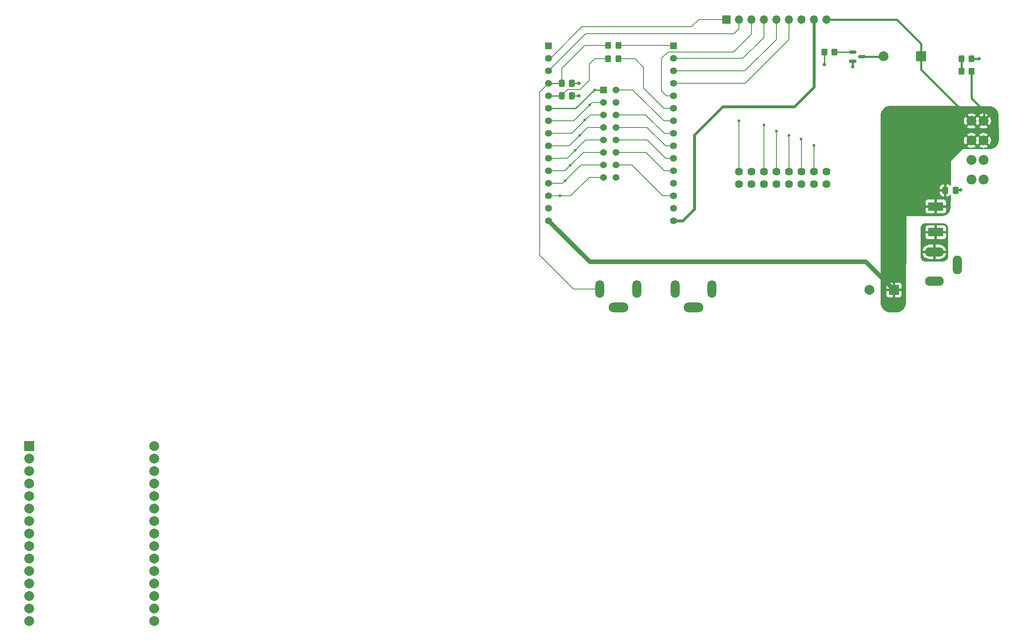
<source format=gbr>
%TF.GenerationSoftware,KiCad,Pcbnew,9.0.0*%
%TF.CreationDate,2025-04-30T10:49:43-04:00*%
%TF.ProjectId,W4MLB_Band_Display_V2,57344d4c-425f-4426-916e-645f44697370,1.0*%
%TF.SameCoordinates,Original*%
%TF.FileFunction,Copper,L1,Top*%
%TF.FilePolarity,Positive*%
%FSLAX46Y46*%
G04 Gerber Fmt 4.6, Leading zero omitted, Abs format (unit mm)*
G04 Created by KiCad (PCBNEW 9.0.0) date 2025-04-30 10:49:43*
%MOMM*%
%LPD*%
G01*
G04 APERTURE LIST*
G04 Aperture macros list*
%AMRoundRect*
0 Rectangle with rounded corners*
0 $1 Rounding radius*
0 $2 $3 $4 $5 $6 $7 $8 $9 X,Y pos of 4 corners*
0 Add a 4 corners polygon primitive as box body*
4,1,4,$2,$3,$4,$5,$6,$7,$8,$9,$2,$3,0*
0 Add four circle primitives for the rounded corners*
1,1,$1+$1,$2,$3*
1,1,$1+$1,$4,$5*
1,1,$1+$1,$6,$7*
1,1,$1+$1,$8,$9*
0 Add four rect primitives between the rounded corners*
20,1,$1+$1,$2,$3,$4,$5,0*
20,1,$1+$1,$4,$5,$6,$7,0*
20,1,$1+$1,$6,$7,$8,$9,0*
20,1,$1+$1,$8,$9,$2,$3,0*%
G04 Aperture macros list end*
%TA.AperFunction,SMDPad,CuDef*%
%ADD10RoundRect,0.250000X-0.350000X-0.450000X0.350000X-0.450000X0.350000X0.450000X-0.350000X0.450000X0*%
%TD*%
%TA.AperFunction,ComponentPad*%
%ADD11R,2.000000X2.000000*%
%TD*%
%TA.AperFunction,ComponentPad*%
%ADD12C,2.000000*%
%TD*%
%TA.AperFunction,SMDPad,CuDef*%
%ADD13RoundRect,0.250000X-0.337500X-0.475000X0.337500X-0.475000X0.337500X0.475000X-0.337500X0.475000X0*%
%TD*%
%TA.AperFunction,SMDPad,CuDef*%
%ADD14RoundRect,0.250000X0.325000X0.450000X-0.325000X0.450000X-0.325000X-0.450000X0.325000X-0.450000X0*%
%TD*%
%TA.AperFunction,ComponentPad*%
%ADD15O,4.000000X2.000000*%
%TD*%
%TA.AperFunction,ComponentPad*%
%ADD16O,1.800000X3.600000*%
%TD*%
%TA.AperFunction,ComponentPad*%
%ADD17R,1.390000X1.390000*%
%TD*%
%TA.AperFunction,ComponentPad*%
%ADD18C,1.390000*%
%TD*%
%TA.AperFunction,ComponentPad*%
%ADD19C,1.620010*%
%TD*%
%TA.AperFunction,SMDPad,CuDef*%
%ADD20RoundRect,0.150000X-0.587500X-0.150000X0.587500X-0.150000X0.587500X0.150000X-0.587500X0.150000X0*%
%TD*%
%TA.AperFunction,ComponentPad*%
%ADD21O,3.800000X1.900000*%
%TD*%
%TA.AperFunction,ComponentPad*%
%ADD22O,1.900000X3.800000*%
%TD*%
%TA.AperFunction,ComponentPad*%
%ADD23R,1.700000X1.700000*%
%TD*%
%TA.AperFunction,ComponentPad*%
%ADD24O,1.700000X1.700000*%
%TD*%
%TA.AperFunction,SMDPad,CuDef*%
%ADD25R,3.150000X1.780000*%
%TD*%
%TA.AperFunction,ComponentPad*%
%ADD26R,1.370000X1.370000*%
%TD*%
%TA.AperFunction,ComponentPad*%
%ADD27C,1.370000*%
%TD*%
%TA.AperFunction,ComponentPad*%
%ADD28C,2.019300*%
%TD*%
%TA.AperFunction,ViaPad*%
%ADD29C,0.700000*%
%TD*%
%TA.AperFunction,ViaPad*%
%ADD30C,0.600000*%
%TD*%
%TA.AperFunction,Conductor*%
%ADD31C,0.400000*%
%TD*%
%TA.AperFunction,Conductor*%
%ADD32C,0.200000*%
%TD*%
%TA.AperFunction,Conductor*%
%ADD33C,0.254000*%
%TD*%
%TA.AperFunction,Conductor*%
%ADD34C,0.900000*%
%TD*%
%TA.AperFunction,Conductor*%
%ADD35C,0.600000*%
%TD*%
G04 APERTURE END LIST*
D10*
%TO.P,R2,1*%
%TO.N,GPIO2*%
X177862500Y-73100000D03*
%TO.P,R2,2*%
%TO.N,Net-(Q1-B)*%
X179862500Y-73100000D03*
%TD*%
D11*
%TO.P,BZ1,1,+*%
%TO.N,+5V*%
X197500000Y-74000000D03*
D12*
%TO.P,BZ1,2,-*%
%TO.N,Net-(BZ1--)*%
X189900000Y-74000000D03*
%TD*%
D13*
%TO.P,C1,1*%
%TO.N,+5V*%
X202425000Y-101250000D03*
%TO.P,C1,2*%
%TO.N,GND*%
X204500000Y-101250000D03*
%TD*%
D10*
%TO.P,R1,1*%
%TO.N,Net-(D3-A)*%
X205750000Y-77000000D03*
%TO.P,R1,2*%
%TO.N,+5V*%
X207750000Y-77000000D03*
%TD*%
D14*
%TO.P,D1,1,K*%
%TO.N,GPIO23*%
X136000000Y-71750000D03*
%TO.P,D1,2,A*%
%TO.N,GPIO34*%
X133950000Y-71750000D03*
%TD*%
D15*
%TO.P,J6,1*%
%TO.N,GND*%
X151267500Y-125000000D03*
D16*
%TO.P,J6,2*%
%TO.N,GPIO35*%
X147517500Y-121300000D03*
%TO.P,J6,3*%
%TO.N,GND*%
X155017500Y-121300000D03*
%TD*%
D17*
%TO.P,J2,01,01*%
%TO.N,GPIO23*%
X147230000Y-71860000D03*
D18*
%TO.P,J2,02,02*%
%TO.N,GPIO22*%
X147230000Y-74400000D03*
%TO.P,J2,03,03*%
%TO.N,GPIO1*%
X147230000Y-76940000D03*
%TO.P,J2,04,04*%
%TO.N,GPIO3*%
X147230000Y-79480000D03*
%TO.P,J2,05,05*%
%TO.N,GPIO21*%
X147230000Y-82020000D03*
%TO.P,J2,06,06*%
%TO.N,GPIO19*%
X147230000Y-84560000D03*
%TO.P,J2,07,07*%
%TO.N,GPIO18*%
X147230000Y-87100000D03*
%TO.P,J2,08,08*%
%TO.N,GPIO5*%
X147230000Y-89640000D03*
%TO.P,J2,09,09*%
%TO.N,GPIO17*%
X147230000Y-92180000D03*
%TO.P,J2,10,10*%
%TO.N,GPIO16*%
X147230000Y-94720000D03*
%TO.P,J2,11,11*%
%TO.N,GPIO4*%
X147230000Y-97260000D03*
%TO.P,J2,12,12*%
%TO.N,GPIO2*%
X147230000Y-99800000D03*
%TO.P,J2,13,13*%
%TO.N,GPIO15*%
X147230000Y-102340000D03*
%TO.P,J2,14,14*%
%TO.N,GND*%
X147230000Y-104880000D03*
%TO.P,J2,15,15*%
%TO.N,/+3.3VDC*%
X147230000Y-107420000D03*
%TD*%
D19*
%TO.P,J4,1,1*%
%TO.N,GPIO32*%
X160470000Y-100000000D03*
%TO.P,J4,2,2*%
%TO.N,GPIO18*%
X160470000Y-97460000D03*
%TO.P,J4,3,3*%
%TO.N,GPIO33*%
X163010000Y-100000000D03*
%TO.P,J4,4,4*%
%TO.N,GND*%
X163010000Y-97460000D03*
%TO.P,J4,5,5*%
%TO.N,GPIO25*%
X165550000Y-100000000D03*
%TO.P,J4,6,6*%
%TO.N,GPIO5*%
X165550000Y-97460000D03*
%TO.P,J4,7,7*%
%TO.N,GPIO26*%
X168090000Y-100000000D03*
%TO.P,J4,8,8*%
%TO.N,GPIO17*%
X168090000Y-97460000D03*
%TO.P,J4,9,9*%
%TO.N,GPIO27*%
X170630000Y-100000000D03*
%TO.P,J4,10,10*%
%TO.N,GPIO16*%
X170630000Y-97460000D03*
%TO.P,J4,11,11*%
%TO.N,GPIO14*%
X173170000Y-100000000D03*
%TO.P,J4,12,12*%
%TO.N,GPIO4*%
X173170000Y-97460000D03*
%TO.P,J4,13,13*%
%TO.N,GPIO12*%
X175710000Y-100000000D03*
%TO.P,J4,14,14*%
%TO.N,GPIO15*%
X175710000Y-97460000D03*
%TO.P,J4,15,15*%
%TO.N,GPIO13*%
X178250000Y-100000000D03*
%TO.P,J4,16,16*%
%TO.N,GND*%
X178250000Y-97460000D03*
%TD*%
D20*
%TO.P,Q1,1,B*%
%TO.N,Net-(Q1-B)*%
X183625000Y-73100000D03*
%TO.P,Q1,2,E*%
%TO.N,GND*%
X183625000Y-75000000D03*
%TO.P,Q1,3,C*%
%TO.N,Net-(BZ1--)*%
X185500000Y-74050000D03*
%TD*%
D14*
%TO.P,D3,1,K*%
%TO.N,GND*%
X207750000Y-74500000D03*
%TO.P,D3,2,A*%
%TO.N,Net-(D3-A)*%
X205700000Y-74500000D03*
%TD*%
D21*
%TO.P,J8,1*%
%TO.N,/PWR IN*%
X200200000Y-113737500D03*
%TO.P,J8,2*%
%TO.N,GND*%
X200200000Y-119667500D03*
D22*
%TO.P,J8,3*%
X204850000Y-116417500D03*
%TD*%
D23*
%TO.P,J9,1,Pin_1*%
%TO.N,GPIO36*%
X157930000Y-66500000D03*
D24*
%TO.P,J9,2,Pin_2*%
%TO.N,GPIO39*%
X160470000Y-66500000D03*
%TO.P,J9,3,Pin_3*%
%TO.N,GPIO21*%
X163010000Y-66500000D03*
%TO.P,J9,4,Pin_4*%
%TO.N,GPIO22*%
X165550000Y-66500000D03*
%TO.P,J9,5,Pin_5*%
%TO.N,GPIO1*%
X168090000Y-66500000D03*
%TO.P,J9,6,Pin_6*%
%TO.N,GPIO3*%
X170630000Y-66500000D03*
%TO.P,J9,7,Pin_7*%
%TO.N,GND*%
X173170000Y-66500000D03*
%TO.P,J9,8,Pin_8*%
%TO.N,/+3.3VDC*%
X175710000Y-66500000D03*
%TO.P,J9,9,Pin_9*%
%TO.N,+5V*%
X178250000Y-66500000D03*
%TD*%
D15*
%TO.P,J5,1*%
%TO.N,GND*%
X136017500Y-125000000D03*
D16*
%TO.P,J5,2*%
%TO.N,GPIO34*%
X132267500Y-121300000D03*
%TO.P,J5,3*%
%TO.N,GND*%
X139767500Y-121300000D03*
%TD*%
D11*
%TO.P,U1,1,3V3*%
%TO.N,unconnected-(U1-3V3-Pad1)*%
X16350000Y-153190000D03*
D12*
%TO.P,U1,2,GND*%
%TO.N,unconnected-(U1-GND-Pad2)*%
X16350000Y-155730000D03*
%TO.P,U1,3,D15*%
%TO.N,unconnected-(U1-D15-Pad3)*%
X16350000Y-158270000D03*
%TO.P,U1,4,D2*%
%TO.N,unconnected-(U1-D2-Pad4)*%
X16350000Y-160810000D03*
%TO.P,U1,5,D4*%
%TO.N,unconnected-(U1-D4-Pad5)*%
X16350000Y-163350000D03*
%TO.P,U1,6,RX2*%
%TO.N,unconnected-(U1-RX2-Pad6)*%
X16350000Y-165890000D03*
%TO.P,U1,7,TX2*%
%TO.N,unconnected-(U1-TX2-Pad7)*%
X16350000Y-168430000D03*
%TO.P,U1,8,D5*%
%TO.N,unconnected-(U1-D5-Pad8)*%
X16350000Y-170970000D03*
%TO.P,U1,9,D18*%
%TO.N,unconnected-(U1-D18-Pad9)*%
X16350000Y-173510000D03*
%TO.P,U1,10,D19*%
%TO.N,unconnected-(U1-D19-Pad10)*%
X16350000Y-176050000D03*
%TO.P,U1,11,D21*%
%TO.N,unconnected-(U1-D21-Pad11)*%
X16350000Y-178590000D03*
%TO.P,U1,12,RX0*%
%TO.N,unconnected-(U1-RX0-Pad12)*%
X16350000Y-181130000D03*
%TO.P,U1,13,TX0*%
%TO.N,unconnected-(U1-TX0-Pad13)*%
X16350000Y-183670000D03*
%TO.P,U1,14,D22*%
%TO.N,unconnected-(U1-D22-Pad14)*%
X16350000Y-186210000D03*
%TO.P,U1,15,D23*%
%TO.N,unconnected-(U1-D23-Pad15)*%
X16350000Y-188750000D03*
%TO.P,U1,16,EN*%
%TO.N,unconnected-(U1-EN-Pad16)*%
X41750000Y-188750000D03*
%TO.P,U1,17,VP*%
%TO.N,unconnected-(U1-VP-Pad17)*%
X41750000Y-186210000D03*
%TO.P,U1,18,VN*%
%TO.N,unconnected-(U1-VN-Pad18)*%
X41750000Y-183670000D03*
%TO.P,U1,19,D34*%
%TO.N,unconnected-(U1-D34-Pad19)*%
X41750000Y-181130000D03*
%TO.P,U1,20,D35*%
%TO.N,unconnected-(U1-D35-Pad20)*%
X41750000Y-178590000D03*
%TO.P,U1,21,D32*%
%TO.N,unconnected-(U1-D32-Pad21)*%
X41750000Y-176050000D03*
%TO.P,U1,22,D33*%
%TO.N,unconnected-(U1-D33-Pad22)*%
X41750000Y-173510000D03*
%TO.P,U1,23,D25*%
%TO.N,unconnected-(U1-D25-Pad23)*%
X41750000Y-170970000D03*
%TO.P,U1,24,D26*%
%TO.N,unconnected-(U1-D26-Pad24)*%
X41750000Y-168430000D03*
%TO.P,U1,25,D27*%
%TO.N,unconnected-(U1-D27-Pad25)*%
X41750000Y-165890000D03*
%TO.P,U1,26,D14*%
%TO.N,unconnected-(U1-D14-Pad26)*%
X41750000Y-163350000D03*
%TO.P,U1,27,D12*%
%TO.N,unconnected-(U1-D12-Pad27)*%
X41750000Y-160810000D03*
%TO.P,U1,28,D13*%
%TO.N,unconnected-(U1-D13-Pad28)*%
X41750000Y-158270000D03*
%TO.P,U1,29,GND__1*%
%TO.N,unconnected-(U1-GND__1-Pad29)*%
X41750000Y-155730000D03*
%TO.P,U1,30,VIN*%
%TO.N,unconnected-(U1-VIN-Pad30)*%
X41750000Y-153190000D03*
%TD*%
D25*
%TO.P,F1,1*%
%TO.N,/PWR IN*%
X200500000Y-109750000D03*
%TO.P,F1,2*%
%TO.N,+5V*%
X200500000Y-104520000D03*
%TD*%
D14*
%TO.P,D2,1,K*%
%TO.N,GPIO19*%
X136000000Y-74500000D03*
%TO.P,D2,2,A*%
%TO.N,GPIO35*%
X133950000Y-74500000D03*
%TD*%
D11*
%TO.P,C2,1*%
%TO.N,+5V*%
X192000000Y-121500000D03*
D12*
%TO.P,C2,2*%
%TO.N,GND*%
X187000000Y-121500000D03*
%TD*%
D13*
%TO.P,C3,1*%
%TO.N,GPIO35*%
X124500000Y-82000000D03*
%TO.P,C3,2*%
%TO.N,GND*%
X126575000Y-82000000D03*
%TD*%
%TO.P,C4,1*%
%TO.N,GPIO34*%
X124500000Y-79500000D03*
%TO.P,C4,2*%
%TO.N,GND*%
X126575000Y-79500000D03*
%TD*%
D17*
%TO.P,J1,01,01*%
%TO.N,unconnected-(J1-Pad01)*%
X121830000Y-71860000D03*
D18*
%TO.P,J1,02,02*%
%TO.N,GPIO36*%
X121830000Y-74400000D03*
%TO.P,J1,03,03*%
%TO.N,GPIO39*%
X121830000Y-76940000D03*
%TO.P,J1,04,04*%
%TO.N,GPIO34*%
X121830000Y-79480000D03*
%TO.P,J1,05,05*%
%TO.N,GPIO35*%
X121830000Y-82020000D03*
%TO.P,J1,06,06*%
%TO.N,GPIO32*%
X121830000Y-84560000D03*
%TO.P,J1,07,07*%
%TO.N,GPIO33*%
X121830000Y-87100000D03*
%TO.P,J1,08,08*%
%TO.N,GPIO25*%
X121830000Y-89640000D03*
%TO.P,J1,09,09*%
%TO.N,GPIO26*%
X121830000Y-92180000D03*
%TO.P,J1,10,10*%
%TO.N,GPIO27*%
X121830000Y-94720000D03*
%TO.P,J1,11,11*%
%TO.N,GPIO14*%
X121830000Y-97260000D03*
%TO.P,J1,12,12*%
%TO.N,GPIO12*%
X121830000Y-99800000D03*
%TO.P,J1,13,13*%
%TO.N,GPIO13*%
X121830000Y-102340000D03*
%TO.P,J1,14,14*%
%TO.N,GND*%
X121830000Y-104880000D03*
%TO.P,J1,15,15*%
%TO.N,+5V*%
X121830000Y-107420000D03*
%TD*%
D26*
%TO.P,J3,01,01*%
%TO.N,GPIO32*%
X133010000Y-80802500D03*
D27*
%TO.P,J3,02,02*%
%TO.N,GPIO18*%
X135550000Y-80802500D03*
%TO.P,J3,03,03*%
%TO.N,GPIO33*%
X133010000Y-83342500D03*
%TO.P,J3,04,04*%
%TO.N,GND*%
X135550000Y-83342500D03*
%TO.P,J3,05,05*%
%TO.N,GPIO25*%
X133010000Y-85882500D03*
%TO.P,J3,06,06*%
%TO.N,GPIO5*%
X135550000Y-85882500D03*
%TO.P,J3,07,07*%
%TO.N,GPIO26*%
X133010000Y-88422500D03*
%TO.P,J3,08,08*%
%TO.N,GPIO17*%
X135550000Y-88422500D03*
%TO.P,J3,09,09*%
%TO.N,GPIO27*%
X133010000Y-90962500D03*
%TO.P,J3,10,10*%
%TO.N,GPIO16*%
X135550000Y-90962500D03*
%TO.P,J3,11,11*%
%TO.N,GPIO14*%
X133010000Y-93502500D03*
%TO.P,J3,12,12*%
%TO.N,GPIO4*%
X135550000Y-93502500D03*
%TO.P,J3,13,13*%
%TO.N,GPIO12*%
X133010000Y-96042500D03*
%TO.P,J3,14,14*%
%TO.N,GPIO15*%
X135550000Y-96042500D03*
%TO.P,J3,15,15*%
%TO.N,GPIO13*%
X133010000Y-98582500D03*
%TO.P,J3,16,16*%
%TO.N,GND*%
X135550000Y-98582500D03*
%TD*%
D28*
%TO.P,J7,01_1,01*%
%TO.N,+5V*%
X210200000Y-87130000D03*
%TO.P,J7,01_2,01__1*%
X207740000Y-87130000D03*
%TO.P,J7,02_1,02*%
X210200000Y-91090000D03*
%TO.P,J7,02_2,02__1*%
X207740000Y-91090000D03*
%TO.P,J7,03_1,03*%
%TO.N,GND*%
X210200000Y-95050000D03*
%TO.P,J7,03_2,03__1*%
X207740000Y-95050000D03*
%TO.P,J7,04_1,04*%
X210200000Y-99010000D03*
%TO.P,J7,04_2,04__1*%
X207740000Y-99010000D03*
%TD*%
D29*
%TO.N,GND*%
X127980000Y-82000000D03*
X209300000Y-74500000D03*
X183630000Y-76140000D03*
X128000000Y-79450000D03*
X205540000Y-101200000D03*
D30*
%TO.N,GPIO32*%
X131200000Y-80802500D03*
%TO.N,GPIO16*%
X170630000Y-90041429D03*
%TO.N,GPIO17*%
X168090000Y-89218571D03*
%TO.N,GPIO4*%
X173150000Y-90864286D03*
%TO.N,GPIO13*%
X124200000Y-102362500D03*
%TO.N,GPIO33*%
X130200000Y-83882500D03*
%TO.N,GPIO25*%
X129200000Y-86962500D03*
%TO.N,GPIO27*%
X127200000Y-93122500D03*
%TO.N,GPIO26*%
X128200000Y-90042500D03*
D29*
%TO.N,GPIO2*%
X177900000Y-75650000D03*
D30*
%TO.N,GPIO14*%
X126200000Y-96202500D03*
%TO.N,GPIO18*%
X160470000Y-87100000D03*
%TO.N,GPIO12*%
X125200000Y-99282500D03*
%TO.N,GPIO5*%
X165550000Y-87922857D03*
%TO.N,GPIO15*%
X175710000Y-92130000D03*
%TD*%
D31*
%TO.N,GND*%
X183630000Y-76140000D02*
X183630000Y-75005000D01*
D32*
X128000000Y-79390000D02*
X128000000Y-79450000D01*
D31*
X205540000Y-101200000D02*
X204625000Y-101200000D01*
D33*
X126575000Y-82000000D02*
X127980000Y-82000000D01*
X127950000Y-79500000D02*
X126575000Y-79500000D01*
D31*
X209300000Y-74500000D02*
X207750000Y-74500000D01*
D32*
X128000000Y-79450000D02*
X127950000Y-79500000D01*
D31*
%TO.N,+5V*%
X178250000Y-66500000D02*
X192600000Y-66500000D01*
X197500000Y-74000000D02*
X197500000Y-76690000D01*
D32*
X207750000Y-77000000D02*
X207795000Y-76955000D01*
D34*
X121830000Y-107420000D02*
X130160000Y-115750000D01*
D31*
X192600000Y-66500000D02*
X197500000Y-71400000D01*
D34*
X186250000Y-115750000D02*
X192000000Y-121500000D01*
D31*
X197500000Y-71400000D02*
X197500000Y-74000000D01*
X197500000Y-76690000D02*
X207040000Y-86230000D01*
D34*
X121830000Y-107420000D02*
X121830000Y-107430000D01*
D31*
X207040000Y-86230000D02*
X207040000Y-86990000D01*
X207750000Y-82550000D02*
X210260000Y-85060000D01*
D34*
X130160000Y-115750000D02*
X186250000Y-115750000D01*
D31*
X210260000Y-85060000D02*
X210260000Y-86990000D01*
X207750000Y-77000000D02*
X207750000Y-82550000D01*
D32*
X192040000Y-112420000D02*
X192000000Y-112460000D01*
D33*
%TO.N,GPIO32*%
X131200000Y-80802500D02*
X131220000Y-80802500D01*
X131097500Y-80802500D02*
X131200000Y-80802500D01*
X121830000Y-84560000D02*
X127340000Y-84560000D01*
X131220000Y-80802500D02*
X133010000Y-80802500D01*
X127340000Y-84560000D02*
X131097500Y-80802500D01*
D32*
%TO.N,GPIO16*%
X145625000Y-94725000D02*
X145630000Y-94720000D01*
X141862500Y-90962500D02*
X145625000Y-94725000D01*
X145630000Y-94720000D02*
X147230000Y-94720000D01*
X135550000Y-90962500D02*
X141862500Y-90962500D01*
X170630000Y-97460000D02*
X170630000Y-90041429D01*
D33*
%TO.N,GPIO34*%
X121830000Y-79480000D02*
X124480000Y-79480000D01*
D32*
X124500000Y-76450000D02*
X124500000Y-79500000D01*
X120050000Y-81260000D02*
X120050000Y-114450000D01*
X126900000Y-121300000D02*
X132267500Y-121300000D01*
X129200000Y-71750000D02*
X124500000Y-76450000D01*
X133950000Y-71750000D02*
X129200000Y-71750000D01*
X124480000Y-79480000D02*
X124500000Y-79500000D01*
X120050000Y-114450000D02*
X126900000Y-121300000D01*
X121830000Y-79480000D02*
X120050000Y-81260000D01*
%TO.N,GPIO17*%
X141822500Y-88422500D02*
X145580000Y-92180000D01*
X168090000Y-97460000D02*
X168090000Y-89218571D01*
X145580000Y-92180000D02*
X147230000Y-92180000D01*
X135550000Y-88422500D02*
X141822500Y-88422500D01*
%TO.N,GPIO36*%
X128600000Y-68000000D02*
X150890000Y-68000000D01*
X121830000Y-74400000D02*
X122200000Y-74400000D01*
X152390000Y-66500000D02*
X157930000Y-66500000D01*
X122200000Y-74400000D02*
X128600000Y-68000000D01*
X150890000Y-68000000D02*
X152390000Y-66500000D01*
%TO.N,GPIO4*%
X141602500Y-93502500D02*
X145360000Y-97260000D01*
X135550000Y-93502500D02*
X141602500Y-93502500D01*
X173170000Y-97460000D02*
X173170000Y-90884286D01*
X173170000Y-90884286D02*
X173150000Y-90864286D01*
X145360000Y-97260000D02*
X147230000Y-97260000D01*
X173150000Y-97440000D02*
X173170000Y-97460000D01*
%TO.N,GPIO13*%
X126342500Y-102340000D02*
X130100000Y-98582500D01*
X130100000Y-98582500D02*
X133010000Y-98582500D01*
X121830000Y-102340000D02*
X124130000Y-102340000D01*
X124130000Y-102340000D02*
X124140000Y-102340000D01*
X124140000Y-102340000D02*
X126342500Y-102340000D01*
%TO.N,GPIO33*%
X130732500Y-83350000D02*
X130200000Y-83882500D01*
X127000000Y-87100000D02*
X121830000Y-87100000D01*
X133010000Y-83342500D02*
X133010000Y-83340000D01*
X130200000Y-83900000D02*
X127000000Y-87100000D01*
X133010000Y-83342500D02*
X133002500Y-83350000D01*
X130200000Y-83882500D02*
X130200000Y-83900000D01*
X133002500Y-83350000D02*
X130732500Y-83350000D01*
%TO.N,GPIO39*%
X129370000Y-69400000D02*
X159500000Y-69400000D01*
X121830000Y-76940000D02*
X129370000Y-69400000D01*
X159500000Y-69400000D02*
X160470000Y-68430000D01*
X160470000Y-68430000D02*
X160470000Y-66500000D01*
%TO.N,GPIO25*%
X129401250Y-86761250D02*
X129401250Y-86748750D01*
X126522500Y-89640000D02*
X129401250Y-86761250D01*
X129401250Y-86748750D02*
X130267500Y-85882500D01*
X121830000Y-89640000D02*
X126522500Y-89640000D01*
X130267500Y-85882500D02*
X133010000Y-85882500D01*
%TO.N,GPIO35*%
X133950000Y-74650000D02*
X133950000Y-74500000D01*
X125750000Y-80750000D02*
X128250000Y-80750000D01*
X131250000Y-74500000D02*
X133950000Y-74500000D01*
X124480000Y-82020000D02*
X124500000Y-82000000D01*
D33*
X121830000Y-82020000D02*
X124480000Y-82020000D01*
D32*
X130150000Y-78850000D02*
X130150000Y-75600000D01*
X124500000Y-82000000D02*
X125750000Y-80750000D01*
X130150000Y-75600000D02*
X131250000Y-74500000D01*
X128250000Y-80750000D02*
X130150000Y-78850000D01*
%TO.N,GPIO27*%
X125602500Y-94720000D02*
X127200000Y-93122500D01*
X127227500Y-93122500D02*
X129387500Y-90962500D01*
X121830000Y-94720000D02*
X125602500Y-94720000D01*
X129387500Y-90962500D02*
X133010000Y-90962500D01*
X127200000Y-93122500D02*
X127227500Y-93122500D01*
%TO.N,GPIO26*%
X129800000Y-88450000D02*
X132982500Y-88450000D01*
X126070000Y-92180000D02*
X129800000Y-88450000D01*
X121830000Y-92180000D02*
X126070000Y-92180000D01*
X133010000Y-88460000D02*
X133010000Y-88422500D01*
X132982500Y-88450000D02*
X133010000Y-88422500D01*
D33*
%TO.N,GPIO2*%
X177900000Y-75650000D02*
X177900000Y-73137500D01*
D32*
%TO.N,GPIO14*%
X126200000Y-96202500D02*
X128900000Y-93502500D01*
X128900000Y-93502500D02*
X133010000Y-93502500D01*
X125142500Y-97260000D02*
X126200000Y-96202500D01*
X121830000Y-97260000D02*
X125142500Y-97260000D01*
%TO.N,GPIO22*%
X161300000Y-74400000D02*
X165550000Y-70150000D01*
X165550000Y-70150000D02*
X165550000Y-66500000D01*
X147230000Y-74400000D02*
X161300000Y-74400000D01*
%TO.N,GPIO18*%
X135550000Y-80802500D02*
X138952500Y-80802500D01*
X145250000Y-87100000D02*
X147230000Y-87100000D01*
X135647500Y-80900000D02*
X135550000Y-80802500D01*
X160470000Y-97460000D02*
X160470000Y-87100000D01*
X138952500Y-80802500D02*
X145250000Y-87100000D01*
%TO.N,GPIO1*%
X161710000Y-76940000D02*
X168090000Y-70560000D01*
X168090000Y-70560000D02*
X168090000Y-66500000D01*
X147230000Y-76940000D02*
X161710000Y-76940000D01*
%TO.N,GPIO12*%
X125200000Y-99282500D02*
X128440000Y-96042500D01*
X128440000Y-96042500D02*
X133010000Y-96042500D01*
X121830000Y-99800000D02*
X124682500Y-99800000D01*
X133010000Y-96042500D02*
X133642500Y-96042500D01*
X124682500Y-99800000D02*
X125200000Y-99282500D01*
%TO.N,GPIO3*%
X147230000Y-79480000D02*
X161770000Y-79480000D01*
X161770000Y-79480000D02*
X170630000Y-70620000D01*
X170630000Y-70620000D02*
X170630000Y-66500000D01*
%TO.N,GPIO23*%
X136000000Y-71750000D02*
X147120000Y-71750000D01*
X147120000Y-71750000D02*
X147230000Y-71860000D01*
%TO.N,GPIO5*%
X165550000Y-97460000D02*
X165550000Y-98000000D01*
X165550000Y-97460000D02*
X165550000Y-87922857D01*
X141582500Y-85882500D02*
X145340000Y-89640000D01*
X135550000Y-85882500D02*
X141582500Y-85882500D01*
X145340000Y-89640000D02*
X147230000Y-89640000D01*
%TO.N,GPIO15*%
X175710000Y-97460000D02*
X175710000Y-92130000D01*
X138742500Y-96042500D02*
X145050000Y-102350000D01*
X145060000Y-102340000D02*
X147230000Y-102340000D01*
X135550000Y-96042500D02*
X138742500Y-96042500D01*
X145050000Y-102350000D02*
X145060000Y-102340000D01*
%TO.N,GPIO21*%
X159400000Y-73100000D02*
X163010000Y-69490000D01*
X163010000Y-69490000D02*
X163010000Y-66500000D01*
X145770000Y-82020000D02*
X144800000Y-81050000D01*
X144800000Y-81050000D02*
X144800000Y-74400000D01*
X147230000Y-82020000D02*
X145770000Y-82020000D01*
X146100000Y-73100000D02*
X159400000Y-73100000D01*
X144800000Y-74400000D02*
X146100000Y-73100000D01*
D35*
%TO.N,/+3.3VDC*%
X175710000Y-80240000D02*
X175710000Y-66500000D01*
X151450000Y-105050000D02*
X151450000Y-89950000D01*
X171750000Y-84200000D02*
X175710000Y-80240000D01*
X147230000Y-107420000D02*
X149080000Y-107420000D01*
X149080000Y-107420000D02*
X151450000Y-105050000D01*
X157200000Y-84200000D02*
X171750000Y-84200000D01*
X151450000Y-89950000D02*
X157200000Y-84200000D01*
X147250000Y-107400000D02*
X147230000Y-107420000D01*
D32*
%TO.N,GPIO19*%
X141150000Y-76250000D02*
X139400000Y-74500000D01*
X139400000Y-74500000D02*
X136000000Y-74500000D01*
X145260000Y-84560000D02*
X141150000Y-80450000D01*
X141150000Y-80450000D02*
X141150000Y-76250000D01*
X147230000Y-84560000D02*
X145260000Y-84560000D01*
%TO.N,Net-(D3-A)*%
X205725000Y-76975000D02*
X205750000Y-77000000D01*
D31*
X205750000Y-77000000D02*
X205750000Y-74550000D01*
%TO.N,Net-(BZ1--)*%
X185500000Y-74050000D02*
X189850000Y-74050000D01*
D33*
%TO.N,Net-(Q1-B)*%
X179862500Y-73100000D02*
X183625000Y-73100000D01*
%TD*%
%TA.AperFunction,Conductor*%
%TO.N,/PWR IN*%
G36*
X200777353Y-107951990D02*
G01*
X202035496Y-107956444D01*
X202047618Y-107957082D01*
X202224267Y-107975094D01*
X202248062Y-107979910D01*
X202411958Y-108030209D01*
X202434365Y-108039573D01*
X202585313Y-108120850D01*
X202605460Y-108134398D01*
X202737679Y-108243539D01*
X202754796Y-108260750D01*
X202863207Y-108393568D01*
X202876644Y-108413790D01*
X202957089Y-108565186D01*
X202966329Y-108587644D01*
X203015723Y-108751813D01*
X203020409Y-108775641D01*
X203037446Y-108952374D01*
X203038018Y-108964517D01*
X203030022Y-113018565D01*
X203030018Y-113019262D01*
X203029942Y-113029268D01*
X203029924Y-113030654D01*
X203029733Y-113040825D01*
X203029718Y-113041520D01*
X203009999Y-113849996D01*
X203009948Y-113859442D01*
X203009948Y-113859446D01*
X203005037Y-114753106D01*
X203004198Y-114766843D01*
X202982773Y-114949859D01*
X202976573Y-114976632D01*
X202917667Y-115143892D01*
X202905722Y-115168641D01*
X202811423Y-115318819D01*
X202794320Y-115340330D01*
X202669257Y-115466050D01*
X202647835Y-115483266D01*
X202498154Y-115578350D01*
X202473468Y-115590424D01*
X202306520Y-115650205D01*
X202279779Y-115656546D01*
X202096877Y-115678929D01*
X202083146Y-115679840D01*
X198424265Y-115719113D01*
X198412042Y-115718641D01*
X198234082Y-115702949D01*
X198210072Y-115698415D01*
X198061610Y-115654867D01*
X198044545Y-115649861D01*
X198021896Y-115640709D01*
X197917045Y-115585764D01*
X197869108Y-115560643D01*
X197848687Y-115547224D01*
X197714563Y-115438748D01*
X197697172Y-115421586D01*
X197586927Y-115288923D01*
X197573237Y-115268683D01*
X197509988Y-115151795D01*
X197491142Y-115116966D01*
X197481689Y-115094438D01*
X197477635Y-115081269D01*
X197430940Y-114929578D01*
X197426088Y-114905631D01*
X197411988Y-114766843D01*
X197408030Y-114727894D01*
X197407396Y-114715684D01*
X197406314Y-114294104D01*
X197404243Y-113487500D01*
X197821522Y-113487500D01*
X198767599Y-113487500D01*
X198750924Y-113504175D01*
X198700896Y-113590825D01*
X198675000Y-113687472D01*
X198675000Y-113787528D01*
X198700896Y-113884175D01*
X198750924Y-113970825D01*
X198767599Y-113987500D01*
X197821522Y-113987500D01*
X197835704Y-114077044D01*
X197906230Y-114294104D01*
X198009849Y-114497466D01*
X198144004Y-114682114D01*
X198305385Y-114843495D01*
X198490033Y-114977650D01*
X198693395Y-115081269D01*
X198910455Y-115151795D01*
X199135884Y-115187500D01*
X199950000Y-115187500D01*
X199950000Y-114117500D01*
X200450000Y-114117500D01*
X200450000Y-115187500D01*
X201264116Y-115187500D01*
X201489544Y-115151795D01*
X201706604Y-115081269D01*
X201909966Y-114977650D01*
X202094614Y-114843495D01*
X202255995Y-114682114D01*
X202390150Y-114497466D01*
X202493769Y-114294104D01*
X202564295Y-114077044D01*
X202578478Y-113987500D01*
X201632401Y-113987500D01*
X201649076Y-113970825D01*
X201699104Y-113884175D01*
X201725000Y-113787528D01*
X201725000Y-113687472D01*
X201699104Y-113590825D01*
X201649076Y-113504175D01*
X201632401Y-113487500D01*
X202578478Y-113487500D01*
X202564295Y-113397955D01*
X202493769Y-113180895D01*
X202390150Y-112977533D01*
X202255995Y-112792885D01*
X202094614Y-112631504D01*
X201909966Y-112497349D01*
X201706604Y-112393730D01*
X201489544Y-112323204D01*
X201264116Y-112287500D01*
X200450000Y-112287500D01*
X200450000Y-113357500D01*
X199950000Y-113357500D01*
X199950000Y-112287500D01*
X199135884Y-112287500D01*
X198910455Y-112323204D01*
X198693395Y-112393730D01*
X198490033Y-112497349D01*
X198305385Y-112631504D01*
X198144004Y-112792885D01*
X198009849Y-112977533D01*
X197906230Y-113180895D01*
X197835704Y-113397955D01*
X197821522Y-113487500D01*
X197404243Y-113487500D01*
X197397054Y-110687844D01*
X198425000Y-110687844D01*
X198431401Y-110747372D01*
X198431403Y-110747379D01*
X198481645Y-110882086D01*
X198481649Y-110882093D01*
X198567809Y-110997187D01*
X198567812Y-110997190D01*
X198682906Y-111083350D01*
X198682913Y-111083354D01*
X198817620Y-111133596D01*
X198817627Y-111133598D01*
X198877155Y-111139999D01*
X198877172Y-111140000D01*
X200250000Y-111140000D01*
X200750000Y-111140000D01*
X202122828Y-111140000D01*
X202122844Y-111139999D01*
X202182372Y-111133598D01*
X202182379Y-111133596D01*
X202317086Y-111083354D01*
X202317093Y-111083350D01*
X202432187Y-110997190D01*
X202432190Y-110997187D01*
X202518350Y-110882093D01*
X202518354Y-110882086D01*
X202568596Y-110747379D01*
X202568598Y-110747372D01*
X202574999Y-110687844D01*
X202575000Y-110687827D01*
X202575000Y-110000000D01*
X200750000Y-110000000D01*
X200750000Y-111140000D01*
X200250000Y-111140000D01*
X200250000Y-110000000D01*
X198425000Y-110000000D01*
X198425000Y-110687844D01*
X197397054Y-110687844D01*
X197392598Y-108952217D01*
X197393168Y-108940045D01*
X197405482Y-108812155D01*
X198425000Y-108812155D01*
X198425000Y-109500000D01*
X200250000Y-109500000D01*
X200750000Y-109500000D01*
X202575000Y-109500000D01*
X202575000Y-108812172D01*
X202574999Y-108812155D01*
X202568598Y-108752627D01*
X202568596Y-108752620D01*
X202518354Y-108617913D01*
X202518350Y-108617906D01*
X202432190Y-108502812D01*
X202432187Y-108502809D01*
X202317093Y-108416649D01*
X202317086Y-108416645D01*
X202182379Y-108366403D01*
X202182372Y-108366401D01*
X202122844Y-108360000D01*
X200750000Y-108360000D01*
X200750000Y-109500000D01*
X200250000Y-109500000D01*
X200250000Y-108360000D01*
X198877155Y-108360000D01*
X198817627Y-108366401D01*
X198817620Y-108366403D01*
X198682913Y-108416645D01*
X198682906Y-108416649D01*
X198567812Y-108502809D01*
X198567809Y-108502812D01*
X198481649Y-108617906D01*
X198481645Y-108617913D01*
X198431403Y-108752620D01*
X198431401Y-108752627D01*
X198425000Y-108812155D01*
X197405482Y-108812155D01*
X197410269Y-108762437D01*
X197414983Y-108738505D01*
X197464761Y-108573567D01*
X197474076Y-108551016D01*
X197545784Y-108416645D01*
X197555184Y-108399029D01*
X197568730Y-108378744D01*
X197678045Y-108245572D01*
X197695293Y-108228341D01*
X197828573Y-108119154D01*
X197848854Y-108105638D01*
X198000950Y-108024660D01*
X198023482Y-108015380D01*
X198188480Y-107965760D01*
X198212410Y-107961069D01*
X198390047Y-107944139D01*
X198402222Y-107943582D01*
X200777353Y-107951990D01*
G37*
%TD.AperFunction*%
%TD*%
%TA.AperFunction,Conductor*%
%TO.N,+5V*%
G36*
X199535194Y-84064193D02*
G01*
X211284820Y-84103407D01*
X211293566Y-84103745D01*
X211562365Y-84123692D01*
X211579682Y-84126217D01*
X211838693Y-84182923D01*
X211855482Y-84187865D01*
X212103901Y-84280520D01*
X212119844Y-84287789D01*
X212352704Y-84414534D01*
X212367464Y-84423977D01*
X212492900Y-84517354D01*
X212580138Y-84582296D01*
X212593422Y-84593730D01*
X212781639Y-84780443D01*
X212793174Y-84793630D01*
X212953199Y-85005031D01*
X212962752Y-85019702D01*
X213069543Y-85212204D01*
X213091366Y-85251542D01*
X213098764Y-85267431D01*
X213193403Y-85515082D01*
X213198487Y-85531855D01*
X213257265Y-85790381D01*
X213259933Y-85807704D01*
X213282033Y-86076306D01*
X213282443Y-86085065D01*
X213336749Y-90864022D01*
X213336527Y-90872986D01*
X213319733Y-91148103D01*
X213317350Y-91165869D01*
X213261989Y-91431271D01*
X213257071Y-91448506D01*
X213164023Y-91703160D01*
X213156671Y-91719507D01*
X213027880Y-91958092D01*
X213018251Y-91973202D01*
X212937331Y-92081964D01*
X212856415Y-92190720D01*
X212844705Y-92204289D01*
X212653192Y-92396211D01*
X212639647Y-92407950D01*
X212422478Y-92570248D01*
X212407383Y-92579912D01*
X212169080Y-92709208D01*
X212152750Y-92716595D01*
X211898289Y-92810188D01*
X211881063Y-92815143D01*
X211615777Y-92871070D01*
X211598018Y-92873490D01*
X211322954Y-92890871D01*
X211313989Y-92891113D01*
X208486264Y-92865012D01*
X206047499Y-92842500D01*
X206047498Y-92842500D01*
X203599324Y-95257580D01*
X203595683Y-96088842D01*
X203577537Y-100232129D01*
X203557559Y-100299082D01*
X203504555Y-100344605D01*
X203435354Y-100354245D01*
X203371926Y-100324942D01*
X203356268Y-100308492D01*
X203354814Y-100306653D01*
X203230845Y-100182684D01*
X203081624Y-100090643D01*
X203081619Y-100090641D01*
X202915197Y-100035494D01*
X202915190Y-100035493D01*
X202812486Y-100025000D01*
X202675000Y-100025000D01*
X202675000Y-102474999D01*
X202812472Y-102474999D01*
X202812486Y-102474998D01*
X202915197Y-102464505D01*
X203081619Y-102409358D01*
X203081624Y-102409356D01*
X203230842Y-102317317D01*
X203356890Y-102191269D01*
X203418213Y-102157784D01*
X203487905Y-102162768D01*
X203543839Y-102204639D01*
X203568256Y-102270103D01*
X203568571Y-102279493D01*
X203558740Y-104524345D01*
X203558387Y-104533165D01*
X203537901Y-104803688D01*
X203535321Y-104821141D01*
X203477605Y-105081706D01*
X203472573Y-105098616D01*
X203378465Y-105348345D01*
X203371085Y-105364371D01*
X203242488Y-105598216D01*
X203232909Y-105613031D01*
X203072426Y-105826259D01*
X203060840Y-105839565D01*
X202871718Y-106027861D01*
X202858362Y-106039388D01*
X202644429Y-106198940D01*
X202629571Y-106208455D01*
X202395164Y-106336026D01*
X202379107Y-106343336D01*
X202128965Y-106436351D01*
X202112033Y-106441308D01*
X201851224Y-106497881D01*
X201833760Y-106500385D01*
X201682105Y-106511201D01*
X201563141Y-106519686D01*
X201554322Y-106520000D01*
X194520000Y-106520000D01*
X194512854Y-108512828D01*
X194457161Y-124042752D01*
X194456815Y-124051576D01*
X194436525Y-124322257D01*
X194433956Y-124339721D01*
X194376391Y-124600452D01*
X194371368Y-124617375D01*
X194277363Y-124867293D01*
X194269988Y-124883330D01*
X194141454Y-125117359D01*
X194131878Y-125132186D01*
X193971411Y-125345603D01*
X193959825Y-125358922D01*
X193770684Y-125547385D01*
X193757325Y-125558922D01*
X193543337Y-125718623D01*
X193528475Y-125728147D01*
X193293979Y-125855844D01*
X193277915Y-125863161D01*
X193027665Y-125956267D01*
X193010725Y-125961229D01*
X192749795Y-126017858D01*
X192732322Y-126020365D01*
X192461559Y-126039686D01*
X192452733Y-126040000D01*
X191284905Y-126040000D01*
X191276059Y-126039684D01*
X191239397Y-126037061D01*
X191004648Y-126020269D01*
X190987134Y-126017750D01*
X190725595Y-125960847D01*
X190708617Y-125955861D01*
X190457842Y-125862311D01*
X190441747Y-125854960D01*
X190311571Y-125783865D01*
X190206828Y-125726661D01*
X190191952Y-125717099D01*
X189980695Y-125558922D01*
X189977693Y-125556674D01*
X189964322Y-125545085D01*
X189775076Y-125355795D01*
X189763494Y-125342425D01*
X189603115Y-125128123D01*
X189593559Y-125113249D01*
X189465318Y-124878301D01*
X189457970Y-124862204D01*
X189441382Y-124817705D01*
X189364476Y-124611397D01*
X189359496Y-124594424D01*
X189302655Y-124332865D01*
X189300141Y-124315350D01*
X189280791Y-124043943D01*
X189280477Y-124035095D01*
X189281033Y-121698608D01*
X189281330Y-120452155D01*
X190500000Y-120452155D01*
X190500000Y-121250000D01*
X191566988Y-121250000D01*
X191534075Y-121307007D01*
X191500000Y-121434174D01*
X191500000Y-121565826D01*
X191534075Y-121692993D01*
X191566988Y-121750000D01*
X190500000Y-121750000D01*
X190500000Y-122547844D01*
X190506401Y-122607372D01*
X190506403Y-122607379D01*
X190556645Y-122742086D01*
X190556649Y-122742093D01*
X190642809Y-122857187D01*
X190642812Y-122857190D01*
X190757906Y-122943350D01*
X190757913Y-122943354D01*
X190892620Y-122993596D01*
X190892627Y-122993598D01*
X190952155Y-122999999D01*
X190952172Y-123000000D01*
X191750000Y-123000000D01*
X191750000Y-121933012D01*
X191807007Y-121965925D01*
X191934174Y-122000000D01*
X192065826Y-122000000D01*
X192192993Y-121965925D01*
X192250000Y-121933012D01*
X192250000Y-123000000D01*
X193047828Y-123000000D01*
X193047844Y-122999999D01*
X193107372Y-122993598D01*
X193107379Y-122993596D01*
X193242086Y-122943354D01*
X193242093Y-122943350D01*
X193357187Y-122857190D01*
X193357190Y-122857187D01*
X193443350Y-122742093D01*
X193443354Y-122742086D01*
X193493596Y-122607379D01*
X193493598Y-122607372D01*
X193499999Y-122547844D01*
X193500000Y-122547827D01*
X193500000Y-121750000D01*
X192433012Y-121750000D01*
X192465925Y-121692993D01*
X192500000Y-121565826D01*
X192500000Y-121434174D01*
X192465925Y-121307007D01*
X192433012Y-121250000D01*
X193500000Y-121250000D01*
X193500000Y-120452172D01*
X193499999Y-120452155D01*
X193493598Y-120392627D01*
X193493596Y-120392620D01*
X193443354Y-120257913D01*
X193443350Y-120257906D01*
X193357190Y-120142812D01*
X193357187Y-120142809D01*
X193242093Y-120056649D01*
X193242086Y-120056645D01*
X193107379Y-120006403D01*
X193107372Y-120006401D01*
X193047844Y-120000000D01*
X192250000Y-120000000D01*
X192250000Y-121066988D01*
X192192993Y-121034075D01*
X192065826Y-121000000D01*
X191934174Y-121000000D01*
X191807007Y-121034075D01*
X191750000Y-121066988D01*
X191750000Y-120000000D01*
X190952155Y-120000000D01*
X190892627Y-120006401D01*
X190892620Y-120006403D01*
X190757913Y-120056645D01*
X190757906Y-120056649D01*
X190642812Y-120142809D01*
X190642809Y-120142812D01*
X190556649Y-120257906D01*
X190556645Y-120257913D01*
X190506403Y-120392620D01*
X190506401Y-120392627D01*
X190500000Y-120452155D01*
X189281330Y-120452155D01*
X189281331Y-120448821D01*
X189284172Y-108512828D01*
X189284665Y-106441308D01*
X189284899Y-105457844D01*
X198425000Y-105457844D01*
X198431401Y-105517372D01*
X198431403Y-105517379D01*
X198481645Y-105652086D01*
X198481649Y-105652093D01*
X198567809Y-105767187D01*
X198567812Y-105767190D01*
X198682906Y-105853350D01*
X198682913Y-105853354D01*
X198817620Y-105903596D01*
X198817627Y-105903598D01*
X198877155Y-105909999D01*
X198877172Y-105910000D01*
X200250000Y-105910000D01*
X200750000Y-105910000D01*
X202122828Y-105910000D01*
X202122844Y-105909999D01*
X202182372Y-105903598D01*
X202182379Y-105903596D01*
X202317086Y-105853354D01*
X202317093Y-105853350D01*
X202432187Y-105767190D01*
X202432190Y-105767187D01*
X202518350Y-105652093D01*
X202518354Y-105652086D01*
X202568596Y-105517379D01*
X202568598Y-105517372D01*
X202574999Y-105457844D01*
X202575000Y-105457827D01*
X202575000Y-104770000D01*
X200750000Y-104770000D01*
X200750000Y-105910000D01*
X200250000Y-105910000D01*
X200250000Y-104770000D01*
X198425000Y-104770000D01*
X198425000Y-105457844D01*
X189284899Y-105457844D01*
X189285345Y-103582155D01*
X198425000Y-103582155D01*
X198425000Y-104270000D01*
X200250000Y-104270000D01*
X200750000Y-104270000D01*
X202575000Y-104270000D01*
X202575000Y-103582172D01*
X202574999Y-103582155D01*
X202568598Y-103522627D01*
X202568596Y-103522620D01*
X202518354Y-103387913D01*
X202518350Y-103387906D01*
X202432190Y-103272812D01*
X202432187Y-103272809D01*
X202317093Y-103186649D01*
X202317086Y-103186645D01*
X202182379Y-103136403D01*
X202182372Y-103136401D01*
X202122844Y-103130000D01*
X200750000Y-103130000D01*
X200750000Y-104270000D01*
X200250000Y-104270000D01*
X200250000Y-103130000D01*
X198877155Y-103130000D01*
X198817627Y-103136401D01*
X198817620Y-103136403D01*
X198682913Y-103186645D01*
X198682906Y-103186649D01*
X198567812Y-103272809D01*
X198567809Y-103272812D01*
X198481649Y-103387906D01*
X198481645Y-103387913D01*
X198431403Y-103522620D01*
X198431401Y-103522627D01*
X198425000Y-103582155D01*
X189285345Y-103582155D01*
X189285775Y-101774986D01*
X201337501Y-101774986D01*
X201347994Y-101877697D01*
X201403141Y-102044119D01*
X201403143Y-102044124D01*
X201495184Y-102193345D01*
X201619154Y-102317315D01*
X201768375Y-102409356D01*
X201768380Y-102409358D01*
X201934802Y-102464505D01*
X201934809Y-102464506D01*
X202037519Y-102474999D01*
X202174999Y-102474999D01*
X202175000Y-102474998D01*
X202175000Y-101500000D01*
X201337501Y-101500000D01*
X201337501Y-101774986D01*
X189285775Y-101774986D01*
X189286025Y-100725013D01*
X201337500Y-100725013D01*
X201337500Y-101000000D01*
X202175000Y-101000000D01*
X202175000Y-100025000D01*
X202037527Y-100025000D01*
X202037512Y-100025001D01*
X201934802Y-100035494D01*
X201768380Y-100090641D01*
X201768375Y-100090643D01*
X201619154Y-100182684D01*
X201495184Y-100306654D01*
X201403143Y-100455875D01*
X201403141Y-100455880D01*
X201347994Y-100622302D01*
X201347993Y-100622309D01*
X201337500Y-100725013D01*
X189286025Y-100725013D01*
X189288346Y-90971188D01*
X206230350Y-90971188D01*
X206230350Y-91208811D01*
X206267522Y-91443507D01*
X206340954Y-91669506D01*
X206448832Y-91881229D01*
X206510432Y-91966013D01*
X206510432Y-91966014D01*
X207121278Y-91355168D01*
X207143506Y-91408832D01*
X207217169Y-91519076D01*
X207310924Y-91612831D01*
X207421168Y-91686494D01*
X207474830Y-91708721D01*
X206863984Y-92319566D01*
X206948770Y-92381167D01*
X207160493Y-92489045D01*
X207386492Y-92562477D01*
X207621189Y-92599650D01*
X207858811Y-92599650D01*
X208093507Y-92562477D01*
X208319506Y-92489045D01*
X208531221Y-92381171D01*
X208531227Y-92381167D01*
X208616013Y-92319566D01*
X208616014Y-92319566D01*
X208005169Y-91708721D01*
X208058832Y-91686494D01*
X208169076Y-91612831D01*
X208262831Y-91519076D01*
X208336494Y-91408832D01*
X208358721Y-91355168D01*
X208969999Y-91966446D01*
X208974120Y-91962325D01*
X209581277Y-91355167D01*
X209603506Y-91408832D01*
X209677169Y-91519076D01*
X209770924Y-91612831D01*
X209881168Y-91686494D01*
X209934830Y-91708721D01*
X209323984Y-92319566D01*
X209408770Y-92381167D01*
X209620493Y-92489045D01*
X209846492Y-92562477D01*
X210081189Y-92599650D01*
X210318811Y-92599650D01*
X210553507Y-92562477D01*
X210779506Y-92489045D01*
X210991221Y-92381171D01*
X210991227Y-92381167D01*
X211076013Y-92319566D01*
X211076014Y-92319566D01*
X210465169Y-91708721D01*
X210518832Y-91686494D01*
X210629076Y-91612831D01*
X210722831Y-91519076D01*
X210796494Y-91408832D01*
X210818721Y-91355169D01*
X211429566Y-91966014D01*
X211429566Y-91966013D01*
X211491167Y-91881227D01*
X211491171Y-91881221D01*
X211599045Y-91669506D01*
X211672477Y-91443507D01*
X211709650Y-91208811D01*
X211709650Y-90971188D01*
X211672477Y-90736492D01*
X211599045Y-90510493D01*
X211491167Y-90298770D01*
X211429566Y-90213985D01*
X211429566Y-90213984D01*
X210818721Y-90824830D01*
X210796494Y-90771168D01*
X210722831Y-90660924D01*
X210629076Y-90567169D01*
X210518832Y-90493506D01*
X210465167Y-90471277D01*
X211076014Y-89860432D01*
X210991229Y-89798832D01*
X210779506Y-89690954D01*
X210553507Y-89617522D01*
X210318811Y-89580350D01*
X210081189Y-89580350D01*
X209846492Y-89617522D01*
X209620493Y-89690954D01*
X209408772Y-89798831D01*
X209408768Y-89798833D01*
X209323985Y-89860431D01*
X209323985Y-89860433D01*
X209934830Y-90471278D01*
X209881168Y-90493506D01*
X209770924Y-90567169D01*
X209677169Y-90660924D01*
X209603506Y-90771168D01*
X209581278Y-90824831D01*
X208969999Y-90213552D01*
X208965806Y-90217745D01*
X208358721Y-90824830D01*
X208336494Y-90771168D01*
X208262831Y-90660924D01*
X208169076Y-90567169D01*
X208058832Y-90493506D01*
X208005167Y-90471277D01*
X208616014Y-89860432D01*
X208531229Y-89798832D01*
X208319506Y-89690954D01*
X208093507Y-89617522D01*
X207858811Y-89580350D01*
X207621189Y-89580350D01*
X207386492Y-89617522D01*
X207160493Y-89690954D01*
X206948772Y-89798831D01*
X206948768Y-89798833D01*
X206863985Y-89860431D01*
X206863985Y-89860433D01*
X207474830Y-90471278D01*
X207421168Y-90493506D01*
X207310924Y-90567169D01*
X207217169Y-90660924D01*
X207143506Y-90771168D01*
X207121278Y-90824830D01*
X206510433Y-90213985D01*
X206510431Y-90213985D01*
X206448833Y-90298768D01*
X206448831Y-90298772D01*
X206340954Y-90510493D01*
X206267522Y-90736492D01*
X206230350Y-90971188D01*
X189288346Y-90971188D01*
X189289289Y-87011188D01*
X206230350Y-87011188D01*
X206230350Y-87248811D01*
X206267522Y-87483507D01*
X206340954Y-87709506D01*
X206448832Y-87921229D01*
X206510432Y-88006013D01*
X206510432Y-88006014D01*
X207121278Y-87395168D01*
X207143506Y-87448832D01*
X207217169Y-87559076D01*
X207310924Y-87652831D01*
X207421168Y-87726494D01*
X207474830Y-87748721D01*
X206863984Y-88359566D01*
X206948770Y-88421167D01*
X207160493Y-88529045D01*
X207386492Y-88602477D01*
X207621189Y-88639650D01*
X207858811Y-88639650D01*
X208093507Y-88602477D01*
X208319506Y-88529045D01*
X208531221Y-88421171D01*
X208531227Y-88421167D01*
X208616013Y-88359566D01*
X208616014Y-88359566D01*
X208005169Y-87748721D01*
X208058832Y-87726494D01*
X208169076Y-87652831D01*
X208262831Y-87559076D01*
X208336494Y-87448832D01*
X208358721Y-87395168D01*
X208969999Y-88006446D01*
X208974120Y-88002325D01*
X209581277Y-87395167D01*
X209603506Y-87448832D01*
X209677169Y-87559076D01*
X209770924Y-87652831D01*
X209881168Y-87726494D01*
X209934830Y-87748721D01*
X209323984Y-88359566D01*
X209408770Y-88421167D01*
X209620493Y-88529045D01*
X209846492Y-88602477D01*
X210081189Y-88639650D01*
X210318811Y-88639650D01*
X210553507Y-88602477D01*
X210779506Y-88529045D01*
X210991221Y-88421171D01*
X210991227Y-88421167D01*
X211076013Y-88359566D01*
X211076014Y-88359566D01*
X210465169Y-87748721D01*
X210518832Y-87726494D01*
X210629076Y-87652831D01*
X210722831Y-87559076D01*
X210796494Y-87448832D01*
X210818721Y-87395169D01*
X211429566Y-88006014D01*
X211429566Y-88006013D01*
X211491167Y-87921227D01*
X211491171Y-87921221D01*
X211599045Y-87709506D01*
X211672477Y-87483507D01*
X211709650Y-87248811D01*
X211709650Y-87011188D01*
X211672477Y-86776492D01*
X211599045Y-86550493D01*
X211491167Y-86338770D01*
X211429566Y-86253985D01*
X211429566Y-86253984D01*
X210818721Y-86864830D01*
X210796494Y-86811168D01*
X210722831Y-86700924D01*
X210629076Y-86607169D01*
X210518832Y-86533506D01*
X210465167Y-86511277D01*
X211076014Y-85900432D01*
X210991229Y-85838832D01*
X210779506Y-85730954D01*
X210553507Y-85657522D01*
X210318811Y-85620350D01*
X210081189Y-85620350D01*
X209846492Y-85657522D01*
X209620493Y-85730954D01*
X209408772Y-85838831D01*
X209408768Y-85838833D01*
X209323985Y-85900431D01*
X209323985Y-85900433D01*
X209934830Y-86511278D01*
X209881168Y-86533506D01*
X209770924Y-86607169D01*
X209677169Y-86700924D01*
X209603506Y-86811168D01*
X209581278Y-86864831D01*
X208969999Y-86253552D01*
X208965806Y-86257745D01*
X208358721Y-86864830D01*
X208336494Y-86811168D01*
X208262831Y-86700924D01*
X208169076Y-86607169D01*
X208058832Y-86533506D01*
X208005167Y-86511277D01*
X208616014Y-85900432D01*
X208531229Y-85838832D01*
X208319506Y-85730954D01*
X208093507Y-85657522D01*
X207858811Y-85620350D01*
X207621189Y-85620350D01*
X207386492Y-85657522D01*
X207160493Y-85730954D01*
X206948772Y-85838831D01*
X206948768Y-85838833D01*
X206863985Y-85900431D01*
X206863985Y-85900433D01*
X207474830Y-86511278D01*
X207421168Y-86533506D01*
X207310924Y-86607169D01*
X207217169Y-86700924D01*
X207143506Y-86811168D01*
X207121278Y-86864830D01*
X206510433Y-86253985D01*
X206510431Y-86253985D01*
X206448833Y-86338768D01*
X206448831Y-86338772D01*
X206340954Y-86550493D01*
X206267522Y-86776492D01*
X206230350Y-87011188D01*
X189289289Y-87011188D01*
X189289520Y-86040615D01*
X189289837Y-86031807D01*
X189309391Y-85759875D01*
X189311920Y-85742354D01*
X189369096Y-85480354D01*
X189374099Y-85463365D01*
X189468051Y-85212193D01*
X189475424Y-85196096D01*
X189604227Y-84960896D01*
X189613822Y-84946009D01*
X189774855Y-84731569D01*
X189786467Y-84718213D01*
X189976425Y-84528932D01*
X189989841Y-84517354D01*
X190127786Y-84414534D01*
X190204840Y-84357100D01*
X190219762Y-84347556D01*
X190455424Y-84219593D01*
X190471560Y-84212273D01*
X190723054Y-84119224D01*
X190740067Y-84114280D01*
X191002259Y-84058043D01*
X191019792Y-84055576D01*
X191291802Y-84036996D01*
X191300618Y-84036710D01*
X199535194Y-84064193D01*
G37*
%TD.AperFunction*%
%TD*%
M02*

</source>
